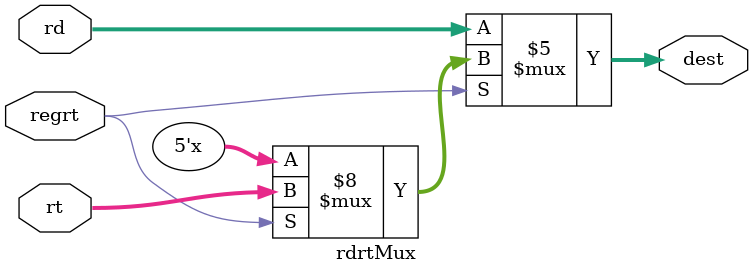
<source format=v>
`timescale 1ns / 1ps


module rdrtMux(
    input regrt,
    input [4:00] rd,
    input [4:00] rt,
    output reg [4:00] dest
    );
    
    always @(*) begin
        if (regrt == 1) begin
           dest = rt;
        end
        if (regrt == 0) begin
            dest = rd;
        end
    end
endmodule

</source>
